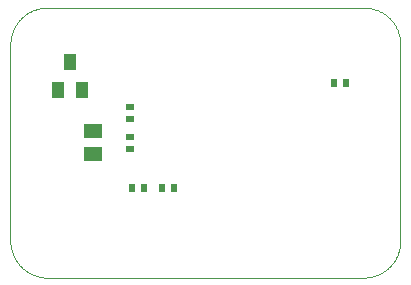
<source format=gbp>
G04 EAGLE Gerber X2 export*
G75*
%MOMM*%
%FSLAX35Y35*%
%LPD*%
%AMOC8*
5,1,8,0,0,1.08239X$1,22.5*%
G01*
%ADD10C,0.100000*%
%ADD11C,0.101600*%
%ADD12R,1.500000X1.300000*%
%ADD13R,0.600000X0.700000*%
%ADD14R,0.700000X0.600000*%
%ADD15R,1.000000X1.400000*%


D10*
X2984500Y0D02*
X2992095Y-50D01*
X2999690Y85D01*
X3007279Y404D01*
X3014858Y909D01*
X3022422Y1598D01*
X3029968Y2471D01*
X3037490Y3528D01*
X3044984Y4768D01*
X3052445Y6190D01*
X3059870Y7794D01*
X3067253Y9578D01*
X3074590Y11541D01*
X3081878Y13682D01*
X3089111Y16001D01*
X3096286Y18495D01*
X3103398Y21163D01*
X3110442Y24004D01*
X3117415Y27015D01*
X3124313Y30196D01*
X3131132Y33543D01*
X3137866Y37056D01*
X3144513Y40732D01*
X3151069Y44569D01*
X3157529Y48564D01*
X3163890Y52715D01*
X3170148Y57021D01*
X3176299Y61477D01*
X3182339Y66082D01*
X3188266Y70833D01*
X3194075Y75727D01*
X3199763Y80761D01*
X3205326Y85932D01*
X3210763Y91237D01*
X3216068Y96674D01*
X3221239Y102237D01*
X3226273Y107925D01*
X3231167Y113734D01*
X3235918Y119661D01*
X3240523Y125701D01*
X3244979Y131852D01*
X3249285Y138110D01*
X3253436Y144471D01*
X3257431Y150931D01*
X3261268Y157487D01*
X3264944Y164134D01*
X3268457Y170868D01*
X3271804Y177687D01*
X3274985Y184585D01*
X3277996Y191558D01*
X3280837Y198602D01*
X3283505Y205714D01*
X3285999Y212889D01*
X3288318Y220122D01*
X3290459Y227410D01*
X3292422Y234747D01*
X3294206Y242130D01*
X3295810Y249555D01*
X3297232Y257016D01*
X3298472Y264510D01*
X3299529Y272032D01*
X3300402Y279578D01*
X3301091Y287142D01*
X3301596Y294721D01*
X3301915Y302310D01*
X3302050Y309905D01*
X3302000Y317500D01*
X3302000Y1968500D02*
X3302050Y1976095D01*
X3301915Y1983690D01*
X3301596Y1991279D01*
X3301091Y1998858D01*
X3300402Y2006422D01*
X3299529Y2013968D01*
X3298472Y2021490D01*
X3297232Y2028984D01*
X3295810Y2036445D01*
X3294206Y2043870D01*
X3292422Y2051253D01*
X3290459Y2058590D01*
X3288318Y2065878D01*
X3285999Y2073111D01*
X3283505Y2080286D01*
X3280837Y2087398D01*
X3277996Y2094442D01*
X3274985Y2101415D01*
X3271804Y2108313D01*
X3268457Y2115132D01*
X3264944Y2121866D01*
X3261268Y2128513D01*
X3257431Y2135069D01*
X3253436Y2141529D01*
X3249285Y2147890D01*
X3244979Y2154148D01*
X3240523Y2160299D01*
X3235918Y2166339D01*
X3231167Y2172266D01*
X3226273Y2178075D01*
X3221239Y2183763D01*
X3216068Y2189326D01*
X3210763Y2194763D01*
X3205326Y2200068D01*
X3199763Y2205239D01*
X3194075Y2210273D01*
X3188266Y2215167D01*
X3182339Y2219918D01*
X3176299Y2224523D01*
X3170148Y2228979D01*
X3163890Y2233285D01*
X3157529Y2237436D01*
X3151069Y2241431D01*
X3144513Y2245268D01*
X3137866Y2248944D01*
X3131132Y2252457D01*
X3124313Y2255804D01*
X3117415Y2258985D01*
X3110442Y2261996D01*
X3103398Y2264837D01*
X3096286Y2267505D01*
X3089111Y2269999D01*
X3081878Y2272318D01*
X3074590Y2274459D01*
X3067253Y2276422D01*
X3059870Y2278206D01*
X3052445Y2279810D01*
X3044984Y2281232D01*
X3037490Y2282472D01*
X3029968Y2283529D01*
X3022422Y2284402D01*
X3014858Y2285091D01*
X3007279Y2285596D01*
X2999690Y2285915D01*
X2992095Y2286050D01*
X2984500Y2286000D01*
X317500Y2286000D02*
X309905Y2286050D01*
X302310Y2285915D01*
X294721Y2285596D01*
X287142Y2285091D01*
X279578Y2284402D01*
X272032Y2283529D01*
X264510Y2282472D01*
X257016Y2281232D01*
X249555Y2279810D01*
X242130Y2278206D01*
X234747Y2276422D01*
X227410Y2274459D01*
X220122Y2272318D01*
X212889Y2269999D01*
X205714Y2267505D01*
X198602Y2264837D01*
X191558Y2261996D01*
X184585Y2258985D01*
X177687Y2255804D01*
X170868Y2252457D01*
X164134Y2248944D01*
X157487Y2245268D01*
X150931Y2241431D01*
X144471Y2237436D01*
X138110Y2233285D01*
X131852Y2228979D01*
X125701Y2224523D01*
X119661Y2219918D01*
X113734Y2215167D01*
X107925Y2210273D01*
X102237Y2205239D01*
X96674Y2200068D01*
X91237Y2194763D01*
X85932Y2189326D01*
X80761Y2183763D01*
X75727Y2178075D01*
X70833Y2172266D01*
X66082Y2166339D01*
X61477Y2160299D01*
X57021Y2154148D01*
X52715Y2147890D01*
X48564Y2141529D01*
X44569Y2135069D01*
X40732Y2128513D01*
X37056Y2121866D01*
X33543Y2115132D01*
X30196Y2108313D01*
X27015Y2101415D01*
X24004Y2094442D01*
X21163Y2087398D01*
X18495Y2080286D01*
X16001Y2073111D01*
X13682Y2065878D01*
X11541Y2058590D01*
X9578Y2051253D01*
X7794Y2043870D01*
X6190Y2036445D01*
X4768Y2028984D01*
X3528Y2021490D01*
X2471Y2013968D01*
X1598Y2006422D01*
X909Y1998858D01*
X404Y1991279D01*
X85Y1983690D01*
X-50Y1976095D01*
X0Y1968500D01*
X0Y317500D02*
X-50Y309905D01*
X85Y302310D01*
X404Y294721D01*
X909Y287142D01*
X1598Y279578D01*
X2471Y272032D01*
X3528Y264510D01*
X4768Y257016D01*
X6190Y249555D01*
X7794Y242130D01*
X9578Y234747D01*
X11541Y227410D01*
X13682Y220122D01*
X16001Y212889D01*
X18495Y205714D01*
X21163Y198602D01*
X24004Y191558D01*
X27015Y184585D01*
X30196Y177687D01*
X33543Y170868D01*
X37056Y164134D01*
X40732Y157487D01*
X44569Y150931D01*
X48564Y144471D01*
X52715Y138110D01*
X57021Y131852D01*
X61477Y125701D01*
X66082Y119661D01*
X70833Y113734D01*
X75727Y107925D01*
X80761Y102237D01*
X85932Y96674D01*
X91237Y91237D01*
X96674Y85932D01*
X102237Y80761D01*
X107925Y75727D01*
X113734Y70833D01*
X119661Y66082D01*
X125701Y61477D01*
X131852Y57021D01*
X138110Y52715D01*
X144471Y48564D01*
X150931Y44569D01*
X157487Y40732D01*
X164134Y37056D01*
X170868Y33543D01*
X177687Y30196D01*
X184585Y27015D01*
X191558Y24004D01*
X198602Y21163D01*
X205714Y18495D01*
X212889Y16001D01*
X220122Y13682D01*
X227410Y11541D01*
X234747Y9578D01*
X242130Y7794D01*
X249555Y6190D01*
X257016Y4768D01*
X264510Y3528D01*
X272032Y2471D01*
X279578Y1598D01*
X287142Y909D01*
X294721Y404D01*
X302310Y85D01*
X309905Y-50D01*
X317500Y0D01*
D11*
X2984500Y0D01*
X3302000Y317500D02*
X3302000Y1968500D01*
X2984500Y2286000D02*
X317500Y2286000D01*
X0Y1968500D02*
X0Y317500D01*
D12*
X698500Y1238000D03*
X698500Y1048000D03*
D13*
X1383500Y762000D03*
X1283500Y762000D03*
X1129500Y762000D03*
X1029500Y762000D03*
X2744000Y1651000D03*
X2844000Y1651000D03*
D14*
X1016000Y1193000D03*
X1016000Y1093000D03*
X1016000Y1447000D03*
X1016000Y1347000D03*
D15*
X609600Y1588300D03*
X406400Y1588300D03*
X508000Y1829600D03*
M02*

</source>
